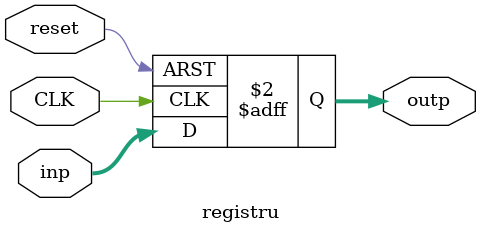
<source format=v>
`timescale 1ns / 1ps
module registru(input CLK, input reset, input [4:0] inp, output reg [4:0] outp);

    always @(posedge CLK, posedge reset)
        if (reset)
            begin outp <= 5'b0;
            end
        else 
            begin outp <= inp;
            end
           
endmodule

</source>
